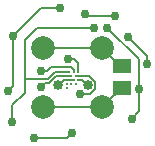
<source format=gbl>
G04 #@! TF.FileFunction,Copper,L2,Bot,Signal*
%FSLAX46Y46*%
G04 Gerber Fmt 4.6, Leading zero omitted, Abs format (unit mm)*
G04 Created by KiCad (PCBNEW (2016-04-17 BZR 6697, Git 6120472)-product) date Mon 25 Apr 2016 03:47:36 PM CEST*
%MOMM*%
%LPD*%
G01*
G04 APERTURE LIST*
%ADD10C,0.150000*%
%ADD11C,0.200000*%
%ADD12C,0.850000*%
%ADD13C,2.000000*%
%ADD14R,1.498600X1.297940*%
%ADD15C,0.762000*%
%ADD16C,0.152400*%
%ADD17C,0.203200*%
G04 APERTURE END LIST*
D10*
D11*
X74700000Y-61470000D03*
X75100000Y-61470000D03*
X75500000Y-61470000D03*
X74500000Y-61820000D03*
X74900000Y-61820000D03*
X75300000Y-61820000D03*
X74700000Y-62170000D03*
X75100000Y-62170000D03*
X75500000Y-62170000D03*
X74500000Y-62870000D03*
X74900000Y-62520000D03*
X75300000Y-62520000D03*
X74500000Y-62520000D03*
D12*
X73730000Y-62635000D03*
X76270000Y-62635000D03*
D13*
X77500000Y-64500000D03*
X77500000Y-59500000D03*
X72500000Y-59500000D03*
X72500000Y-64500000D03*
D14*
X79180000Y-61000040D03*
X79180000Y-62899960D03*
D15*
X74600000Y-60399998D03*
X76021119Y-56641039D03*
X78600000Y-56800000D03*
X69550000Y-63100000D03*
X73950000Y-56100000D03*
X69950000Y-58500000D03*
X79729395Y-58558005D03*
X81285810Y-60799998D03*
X72300000Y-62800000D03*
X77950000Y-57800000D03*
X80600000Y-62950000D03*
X80000000Y-65450000D03*
X76800000Y-57800000D03*
X74950000Y-66650000D03*
X71700000Y-67100000D03*
X69900000Y-65750000D03*
X72300000Y-61400000D03*
X75600000Y-63400000D03*
D16*
X73799647Y-62635000D02*
X73730000Y-62635000D01*
X74264647Y-62170000D02*
X73799647Y-62635000D01*
X74700000Y-62170000D02*
X74264647Y-62170000D01*
X75100000Y-62170000D02*
X74700000Y-62170000D01*
D17*
X79079960Y-63000000D02*
X79180000Y-62899960D01*
X77500000Y-64500000D02*
X78499999Y-63500001D01*
X78499999Y-63500001D02*
X78579959Y-63500001D01*
X78579959Y-63500001D02*
X79180000Y-62899960D01*
X72500000Y-64500000D02*
X77500000Y-64500000D01*
X72500000Y-59500000D02*
X77500000Y-59500000D01*
D16*
X75500000Y-62170000D02*
X75805000Y-62170000D01*
X75805000Y-62170000D02*
X76270000Y-62635000D01*
D17*
X77500000Y-59500000D02*
X79000040Y-61000040D01*
X79000040Y-61000040D02*
X79180000Y-61000040D01*
D16*
X75138815Y-60399998D02*
X74600000Y-60399998D01*
X75500000Y-60761183D02*
X75138815Y-60399998D01*
X75500000Y-61470000D02*
X75500000Y-60761183D01*
D17*
X76180080Y-56800000D02*
X76021119Y-56641039D01*
X78600000Y-56800000D02*
X76180080Y-56800000D01*
X69950000Y-58500000D02*
X69950000Y-62700000D01*
X69950000Y-62700000D02*
X69550000Y-63100000D01*
X69950000Y-58500000D02*
X72350000Y-56100000D01*
X72350000Y-56100000D02*
X73950000Y-56100000D01*
X81285810Y-60114420D02*
X79729395Y-58558005D01*
X81285810Y-60799998D02*
X81285810Y-60114420D01*
D16*
X72680999Y-62419001D02*
X72300000Y-62800000D01*
X73014276Y-62419001D02*
X72680999Y-62419001D01*
X73613277Y-61820000D02*
X73014276Y-62419001D01*
X74500000Y-61820000D02*
X73613277Y-61820000D01*
X74900000Y-61820000D02*
X74500000Y-61820000D01*
D17*
X80600000Y-62950000D02*
X80600000Y-60450000D01*
X80600000Y-60450000D02*
X77950000Y-57800000D01*
X80000000Y-65450000D02*
X80600000Y-64850000D01*
X80600000Y-64850000D02*
X80600000Y-62950000D01*
X76261185Y-57800000D02*
X76800000Y-57800000D01*
X70950000Y-62100000D02*
X70950000Y-58800000D01*
X71950000Y-57800000D02*
X76261185Y-57800000D01*
X70950000Y-58800000D02*
X71950000Y-57800000D01*
D16*
X73532210Y-61470000D02*
X72902210Y-62100000D01*
X72902210Y-62100000D02*
X70950000Y-62100000D01*
X74700000Y-61470000D02*
X73532210Y-61470000D01*
D17*
X70950000Y-62100000D02*
X70950000Y-63250000D01*
X70950000Y-63250000D02*
X69900000Y-64300000D01*
X69900000Y-64300000D02*
X69900000Y-65750000D01*
X71700000Y-67100000D02*
X74500000Y-67100000D01*
X74500000Y-67100000D02*
X74950000Y-66650000D01*
D16*
X73169712Y-61069103D02*
X72838815Y-61400000D01*
X75100000Y-61328579D02*
X74840524Y-61069103D01*
X74840524Y-61069103D02*
X73169712Y-61069103D01*
X75100000Y-61470000D02*
X75100000Y-61328579D01*
X72838815Y-61400000D02*
X72300000Y-61400000D01*
X76138815Y-63400000D02*
X75600000Y-63400000D01*
X76923601Y-62915214D02*
X76438815Y-63400000D01*
X76923601Y-62321271D02*
X76923601Y-62915214D01*
X76422330Y-61820000D02*
X76923601Y-62321271D01*
X75300000Y-61820000D02*
X76422330Y-61820000D01*
X76438815Y-63400000D02*
X76138815Y-63400000D01*
M02*

</source>
